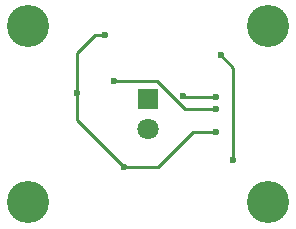
<source format=gbl>
%TF.GenerationSoftware,KiCad,Pcbnew,7.0.10-7.0.10~ubuntu22.04.1*%
%TF.CreationDate,2024-10-01T11:43:18-07:00*%
%TF.ProjectId,radial_24mA,72616469-616c-45f3-9234-6d412e6b6963,rev?*%
%TF.SameCoordinates,Original*%
%TF.FileFunction,Copper,L2,Bot*%
%TF.FilePolarity,Positive*%
%FSLAX46Y46*%
G04 Gerber Fmt 4.6, Leading zero omitted, Abs format (unit mm)*
G04 Created by KiCad (PCBNEW 7.0.10-7.0.10~ubuntu22.04.1) date 2024-10-01 11:43:18*
%MOMM*%
%LPD*%
G01*
G04 APERTURE LIST*
%TA.AperFunction,ComponentPad*%
%ADD10C,3.570000*%
%TD*%
%TA.AperFunction,ComponentPad*%
%ADD11R,1.800000X1.800000*%
%TD*%
%TA.AperFunction,ComponentPad*%
%ADD12C,1.800000*%
%TD*%
%TA.AperFunction,ViaPad*%
%ADD13C,0.600000*%
%TD*%
%TA.AperFunction,Conductor*%
%ADD14C,0.250000*%
%TD*%
G04 APERTURE END LIST*
D10*
%TO.P,M1,~*%
%TO.N,N/C*%
X52540000Y-52540000D03*
%TD*%
%TO.P,M2,~*%
%TO.N,N/C*%
X72860000Y-52540000D03*
%TD*%
%TO.P,M3,~*%
%TO.N,N/C*%
X72860000Y-67460000D03*
%TD*%
%TO.P,M4,~*%
%TO.N,N/C*%
X52540000Y-67460000D03*
%TD*%
D11*
%TO.P,D1,1,K*%
%TO.N,Net-(D1-K)*%
X62700000Y-58730000D03*
D12*
%TO.P,D1,2,A*%
%TO.N,Net-(D1-A)*%
X62700000Y-61270000D03*
%TD*%
D13*
%TO.N,GND*%
X60680600Y-64439800D03*
X56718200Y-58166000D03*
X59080400Y-53314600D03*
X68453000Y-61493400D03*
%TO.N,/SCL*%
X68453000Y-58490000D03*
X65659000Y-58470800D03*
%TO.N,/SDA*%
X59791600Y-57200800D03*
X68472931Y-59517669D03*
%TO.N,/5V*%
X69900800Y-63881000D03*
X68830000Y-54990000D03*
%TD*%
D14*
%TO.N,GND*%
X56718200Y-54838600D02*
X58242200Y-53314600D01*
X60680600Y-64439800D02*
X63525400Y-64439800D01*
X66471800Y-61493400D02*
X68453000Y-61493400D01*
X56718200Y-60477400D02*
X60680600Y-64439800D01*
X58242200Y-53314600D02*
X59080400Y-53314600D01*
X63525400Y-64439800D02*
X66471800Y-61493400D01*
X56718200Y-58166000D02*
X56718200Y-54838600D01*
X56718200Y-58166000D02*
X56718200Y-60477400D01*
%TO.N,/SCL*%
X68453000Y-58490000D02*
X65678200Y-58490000D01*
X65678200Y-58490000D02*
X65659000Y-58470800D01*
%TO.N,/SDA*%
X61449200Y-57200800D02*
X59791600Y-57200800D01*
X68472931Y-59517669D02*
X65791469Y-59517669D01*
X65791469Y-59517669D02*
X63463800Y-57190000D01*
X61460000Y-57190000D02*
X61449200Y-57200800D01*
X63463800Y-57190000D02*
X61460000Y-57190000D01*
%TO.N,/5V*%
X69900800Y-56083200D02*
X68830000Y-55012400D01*
X68830000Y-55012400D02*
X68830000Y-54990000D01*
X69900800Y-63881000D02*
X69900800Y-56083200D01*
%TD*%
M02*

</source>
